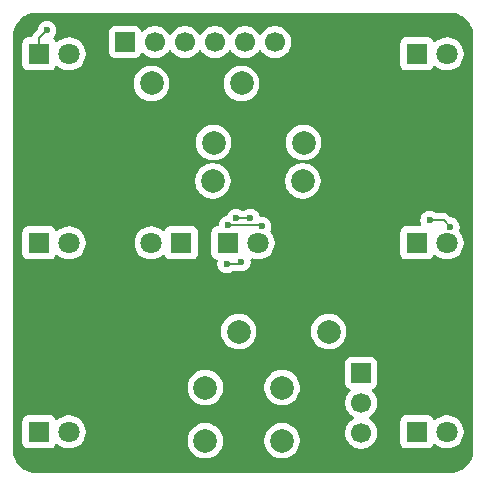
<source format=gbr>
%TF.GenerationSoftware,KiCad,Pcbnew,9.0.7*%
%TF.CreationDate,2026-01-25T23:07:14+01:00*%
%TF.ProjectId,DiceDIP_UpperPart,44696365-4449-4505-9f55-707065725061,rev?*%
%TF.SameCoordinates,Original*%
%TF.FileFunction,Copper,L1,Top*%
%TF.FilePolarity,Positive*%
%FSLAX46Y46*%
G04 Gerber Fmt 4.6, Leading zero omitted, Abs format (unit mm)*
G04 Created by KiCad (PCBNEW 9.0.7) date 2026-01-25 23:07:14*
%MOMM*%
%LPD*%
G01*
G04 APERTURE LIST*
%TA.AperFunction,ComponentPad*%
%ADD10C,2.000000*%
%TD*%
%TA.AperFunction,ComponentPad*%
%ADD11R,1.800000X1.800000*%
%TD*%
%TA.AperFunction,ComponentPad*%
%ADD12C,1.800000*%
%TD*%
%TA.AperFunction,ComponentPad*%
%ADD13R,1.700000X1.700000*%
%TD*%
%TA.AperFunction,ComponentPad*%
%ADD14C,1.700000*%
%TD*%
%TA.AperFunction,ViaPad*%
%ADD15C,0.600000*%
%TD*%
%TA.AperFunction,Conductor*%
%ADD16C,0.200000*%
%TD*%
G04 APERTURE END LIST*
D10*
%TO.P,SW1,1,1*%
%TO.N,Net-(J5-Pin_6)*%
X116800000Y-107250000D03*
X123300000Y-107250000D03*
%TO.P,SW1,2,2*%
%TO.N,Net-(J5-Pin_5)*%
X116800000Y-111750000D03*
X123300000Y-111750000D03*
%TD*%
D11*
%TO.P,D5,1,K*%
%TO.N,Net-(D5-K)*%
X134725000Y-79000000D03*
D12*
%TO.P,D5,2,A*%
%TO.N,Net-(D4-K)*%
X137265000Y-79000000D03*
%TD*%
D11*
%TO.P,D2,1,K*%
%TO.N,Net-(D2-K)*%
X102725000Y-95000000D03*
D12*
%TO.P,D2,2,A*%
%TO.N,Net-(D2-A)*%
X105265000Y-95000000D03*
%TD*%
D11*
%TO.P,D3,1,K*%
%TO.N,Net-(D3-K)*%
X134725000Y-95000000D03*
D12*
%TO.P,D3,2,A*%
%TO.N,Net-(D2-K)*%
X137265000Y-95000000D03*
%TD*%
D11*
%TO.P,D7,1,K*%
%TO.N,Net-(D5-K)*%
X134725000Y-111000000D03*
D12*
%TO.P,D7,2,A*%
%TO.N,Net-(D6-K)*%
X137265000Y-111000000D03*
%TD*%
D11*
%TO.P,D8,1,K*%
%TO.N,Net-(D5-K)*%
X118725000Y-95000000D03*
D12*
%TO.P,D8,2,A*%
%TO.N,Net-(D8-A)*%
X121265000Y-95000000D03*
%TD*%
D11*
%TO.P,D4,1,K*%
%TO.N,Net-(D4-K)*%
X102725000Y-111000000D03*
D12*
%TO.P,D4,2,A*%
%TO.N,Net-(D4-A)*%
X105265000Y-111000000D03*
%TD*%
D11*
%TO.P,D6,1,K*%
%TO.N,Net-(D6-K)*%
X102725000Y-79000000D03*
D12*
%TO.P,D6,2,A*%
%TO.N,Net-(D6-A)*%
X105265000Y-79000000D03*
%TD*%
D13*
%TO.P,J3,1,Pin_1*%
%TO.N,Net-(J3-Pin_1)*%
X130000000Y-106000000D03*
D14*
%TO.P,J3,2,Pin_2*%
%TO.N,Net-(J3-Pin_2)*%
X130000000Y-108540000D03*
%TO.P,J3,3,Pin_3*%
%TO.N,Net-(J3-Pin_3)*%
X130000000Y-111080000D03*
%TD*%
D10*
%TO.P,R7,1*%
%TO.N,Net-(D4-A)*%
X119630000Y-102500000D03*
%TO.P,R7,2*%
%TO.N,Net-(J3-Pin_2)*%
X127250000Y-102500000D03*
%TD*%
D13*
%TO.P,J5,1,Pin_1*%
%TO.N,Net-(J5-Pin_1)*%
X110000000Y-78000000D03*
D14*
%TO.P,J5,2,Pin_2*%
%TO.N,Net-(D3-K)*%
X112540000Y-78000000D03*
%TO.P,J5,3,Pin_3*%
%TO.N,Net-(D5-K)*%
X115080000Y-78000000D03*
%TO.P,J5,4,Pin_4*%
%TO.N,Net-(J5-Pin_4)*%
X117620000Y-78000000D03*
%TO.P,J5,5,Pin_5*%
%TO.N,Net-(J5-Pin_5)*%
X120160000Y-78000000D03*
%TO.P,J5,6,Pin_6*%
%TO.N,Net-(J5-Pin_6)*%
X122700000Y-78000000D03*
%TD*%
D11*
%TO.P,SW2,1,1*%
%TO.N,Net-(J5-Pin_5)*%
X114750000Y-95000000D03*
D12*
%TO.P,SW2,2,2*%
%TO.N,Net-(J5-Pin_4)*%
X112210000Y-95000000D03*
%TD*%
D10*
%TO.P,R8,1*%
%TO.N,Net-(D6-A)*%
X117500000Y-86500000D03*
%TO.P,R8,2*%
%TO.N,Net-(J3-Pin_3)*%
X125120000Y-86500000D03*
%TD*%
%TO.P,R6,1*%
%TO.N,Net-(D2-A)*%
X117440000Y-89750000D03*
%TO.P,R6,2*%
%TO.N,Net-(J3-Pin_1)*%
X125060000Y-89750000D03*
%TD*%
%TO.P,R9,1*%
%TO.N,Net-(D8-A)*%
X119870000Y-81500000D03*
%TO.P,R9,2*%
%TO.N,Net-(J5-Pin_1)*%
X112250000Y-81500000D03*
%TD*%
D15*
%TO.N,Net-(D4-K)*%
X137524306Y-93624224D03*
X135792185Y-93092185D03*
%TO.N,Net-(D6-K)*%
X103400000Y-77000000D03*
%TO.N,Net-(J5-Pin_4)*%
X119400000Y-92900000D03*
X120600000Y-92900000D03*
%TO.N,Net-(J5-Pin_5)*%
X121591398Y-93607075D03*
X118622471Y-96750000D03*
X118750000Y-93500000D03*
X119835500Y-96599000D03*
%TD*%
D16*
%TO.N,Net-(D4-K)*%
X103200000Y-111000000D02*
X102725000Y-111000000D01*
X135792185Y-93092185D02*
X136992267Y-93092185D01*
X136992267Y-93092185D02*
X137524306Y-93624224D01*
%TO.N,Net-(D6-K)*%
X102725000Y-77675000D02*
X102725000Y-79000000D01*
X103400000Y-77000000D02*
X102725000Y-77675000D01*
%TO.N,Net-(J5-Pin_4)*%
X119400000Y-92900000D02*
X120600000Y-92900000D01*
%TO.N,Net-(J5-Pin_5)*%
X121484323Y-93500000D02*
X121591398Y-93607075D01*
X118622471Y-96750000D02*
X119684500Y-96750000D01*
X118750000Y-93500000D02*
X121484323Y-93500000D01*
X119684500Y-96750000D02*
X119835500Y-96599000D01*
%TD*%
%TA.AperFunction,NonConductor*%
G36*
X137504043Y-75500765D02*
G01*
X137752895Y-75517075D01*
X137768953Y-75519190D01*
X137976105Y-75560395D01*
X138009535Y-75567045D01*
X138025202Y-75571243D01*
X138194947Y-75628863D01*
X138257481Y-75650091D01*
X138272458Y-75656294D01*
X138481799Y-75759529D01*
X138492460Y-75764787D01*
X138506508Y-75772897D01*
X138710464Y-75909177D01*
X138723328Y-75919048D01*
X138907749Y-76080781D01*
X138919218Y-76092250D01*
X139080951Y-76276671D01*
X139090825Y-76289539D01*
X139227102Y-76493492D01*
X139235212Y-76507539D01*
X139343702Y-76727534D01*
X139349909Y-76742520D01*
X139428756Y-76974797D01*
X139432954Y-76990464D01*
X139480807Y-77231035D01*
X139482925Y-77247116D01*
X139499235Y-77495956D01*
X139499500Y-77504066D01*
X139499500Y-112495933D01*
X139499235Y-112504043D01*
X139482925Y-112752883D01*
X139480807Y-112768964D01*
X139432954Y-113009535D01*
X139428756Y-113025202D01*
X139349909Y-113257479D01*
X139343702Y-113272465D01*
X139235212Y-113492460D01*
X139227102Y-113506507D01*
X139090825Y-113710460D01*
X139080951Y-113723328D01*
X138919218Y-113907749D01*
X138907749Y-113919218D01*
X138723328Y-114080951D01*
X138710460Y-114090825D01*
X138506507Y-114227102D01*
X138492460Y-114235212D01*
X138272465Y-114343702D01*
X138257479Y-114349909D01*
X138025202Y-114428756D01*
X138009535Y-114432954D01*
X137768964Y-114480807D01*
X137752883Y-114482925D01*
X137504043Y-114499235D01*
X137495933Y-114499500D01*
X102504067Y-114499500D01*
X102495957Y-114499235D01*
X102247116Y-114482925D01*
X102231035Y-114480807D01*
X101990464Y-114432954D01*
X101974797Y-114428756D01*
X101742520Y-114349909D01*
X101727534Y-114343702D01*
X101507539Y-114235212D01*
X101493492Y-114227102D01*
X101289539Y-114090825D01*
X101276671Y-114080951D01*
X101092250Y-113919218D01*
X101080781Y-113907749D01*
X100919048Y-113723328D01*
X100909174Y-113710460D01*
X100772897Y-113506507D01*
X100764787Y-113492460D01*
X100658855Y-113277652D01*
X100656294Y-113272458D01*
X100650090Y-113257479D01*
X100571243Y-113025202D01*
X100567045Y-113009535D01*
X100559186Y-112970026D01*
X100519190Y-112768953D01*
X100517075Y-112752895D01*
X100500765Y-112504043D01*
X100500500Y-112495933D01*
X100500500Y-110052135D01*
X101324500Y-110052135D01*
X101324500Y-111947870D01*
X101324501Y-111947876D01*
X101330908Y-112007483D01*
X101381202Y-112142328D01*
X101381206Y-112142335D01*
X101467452Y-112257544D01*
X101467455Y-112257547D01*
X101582664Y-112343793D01*
X101582671Y-112343797D01*
X101717517Y-112394091D01*
X101717516Y-112394091D01*
X101724444Y-112394835D01*
X101777127Y-112400500D01*
X103672872Y-112400499D01*
X103732483Y-112394091D01*
X103867331Y-112343796D01*
X103982546Y-112257546D01*
X104068796Y-112142331D01*
X104096429Y-112068243D01*
X104098601Y-112062420D01*
X104140471Y-112006486D01*
X104205936Y-111982068D01*
X104274209Y-111996919D01*
X104302464Y-112018071D01*
X104352636Y-112068243D01*
X104352641Y-112068247D01*
X104398229Y-112101368D01*
X104530978Y-112197815D01*
X104659375Y-112263237D01*
X104727393Y-112297895D01*
X104727396Y-112297896D01*
X104813869Y-112325992D01*
X104937049Y-112366015D01*
X105154778Y-112400500D01*
X105154779Y-112400500D01*
X105375221Y-112400500D01*
X105375222Y-112400500D01*
X105592951Y-112366015D01*
X105802606Y-112297895D01*
X105999022Y-112197815D01*
X106177365Y-112068242D01*
X106333242Y-111912365D01*
X106462815Y-111734022D01*
X106494601Y-111671637D01*
X106514848Y-111631902D01*
X115299500Y-111631902D01*
X115299500Y-111868097D01*
X115336446Y-112101368D01*
X115409433Y-112325996D01*
X115496021Y-112495933D01*
X115516657Y-112536433D01*
X115655483Y-112727510D01*
X115822490Y-112894517D01*
X116013567Y-113033343D01*
X116112991Y-113084002D01*
X116224003Y-113140566D01*
X116224005Y-113140566D01*
X116224008Y-113140568D01*
X116344412Y-113179689D01*
X116448631Y-113213553D01*
X116681903Y-113250500D01*
X116681908Y-113250500D01*
X116918097Y-113250500D01*
X117151368Y-113213553D01*
X117375992Y-113140568D01*
X117586433Y-113033343D01*
X117777510Y-112894517D01*
X117944517Y-112727510D01*
X118083343Y-112536433D01*
X118186630Y-112333719D01*
X118190566Y-112325996D01*
X118190566Y-112325995D01*
X118190568Y-112325992D01*
X118263553Y-112101368D01*
X118268799Y-112068247D01*
X118300500Y-111868097D01*
X118300500Y-111631902D01*
X121799500Y-111631902D01*
X121799500Y-111868097D01*
X121836446Y-112101368D01*
X121909433Y-112325996D01*
X121996021Y-112495933D01*
X122016657Y-112536433D01*
X122155483Y-112727510D01*
X122322490Y-112894517D01*
X122513567Y-113033343D01*
X122612991Y-113084002D01*
X122724003Y-113140566D01*
X122724005Y-113140566D01*
X122724008Y-113140568D01*
X122844412Y-113179689D01*
X122948631Y-113213553D01*
X123181903Y-113250500D01*
X123181908Y-113250500D01*
X123418097Y-113250500D01*
X123651368Y-113213553D01*
X123875992Y-113140568D01*
X124086433Y-113033343D01*
X124277510Y-112894517D01*
X124444517Y-112727510D01*
X124583343Y-112536433D01*
X124686630Y-112333719D01*
X124690566Y-112325996D01*
X124690566Y-112325995D01*
X124690568Y-112325992D01*
X124763553Y-112101368D01*
X124768799Y-112068247D01*
X124800500Y-111868097D01*
X124800500Y-111631902D01*
X124763553Y-111398631D01*
X124729689Y-111294412D01*
X124690568Y-111174008D01*
X124690566Y-111174005D01*
X124690566Y-111174003D01*
X124634002Y-111062991D01*
X124583343Y-110963567D01*
X124444517Y-110772490D01*
X124277510Y-110605483D01*
X124086433Y-110466657D01*
X124078066Y-110462394D01*
X123875996Y-110359433D01*
X123651368Y-110286446D01*
X123418097Y-110249500D01*
X123418092Y-110249500D01*
X123181908Y-110249500D01*
X123181903Y-110249500D01*
X122948631Y-110286446D01*
X122724003Y-110359433D01*
X122513566Y-110466657D01*
X122404550Y-110545862D01*
X122322490Y-110605483D01*
X122322488Y-110605485D01*
X122322487Y-110605485D01*
X122155485Y-110772487D01*
X122155485Y-110772488D01*
X122155483Y-110772490D01*
X122095862Y-110854550D01*
X122016657Y-110963566D01*
X121909433Y-111174003D01*
X121836446Y-111398631D01*
X121799500Y-111631902D01*
X118300500Y-111631902D01*
X118263553Y-111398631D01*
X118229689Y-111294412D01*
X118190568Y-111174008D01*
X118190566Y-111174005D01*
X118190566Y-111174003D01*
X118134002Y-111062991D01*
X118083343Y-110963567D01*
X117944517Y-110772490D01*
X117777510Y-110605483D01*
X117586433Y-110466657D01*
X117578066Y-110462394D01*
X117375996Y-110359433D01*
X117151368Y-110286446D01*
X116918097Y-110249500D01*
X116918092Y-110249500D01*
X116681908Y-110249500D01*
X116681903Y-110249500D01*
X116448631Y-110286446D01*
X116224003Y-110359433D01*
X116013566Y-110466657D01*
X115904550Y-110545862D01*
X115822490Y-110605483D01*
X115822488Y-110605485D01*
X115822487Y-110605485D01*
X115655485Y-110772487D01*
X115655485Y-110772488D01*
X115655483Y-110772490D01*
X115595862Y-110854550D01*
X115516657Y-110963566D01*
X115409433Y-111174003D01*
X115336446Y-111398631D01*
X115299500Y-111631902D01*
X106514848Y-111631902D01*
X106546013Y-111570740D01*
X106562895Y-111537606D01*
X106562896Y-111537603D01*
X106565352Y-111530042D01*
X106631015Y-111327951D01*
X106665500Y-111110222D01*
X106665500Y-110889778D01*
X106631015Y-110672049D01*
X106562895Y-110462394D01*
X106562895Y-110462393D01*
X106510433Y-110359433D01*
X106462815Y-110265978D01*
X106404501Y-110185715D01*
X106333247Y-110087641D01*
X106333243Y-110087636D01*
X106177363Y-109931756D01*
X106177358Y-109931752D01*
X105999025Y-109802187D01*
X105999024Y-109802186D01*
X105999022Y-109802185D01*
X105936096Y-109770122D01*
X105802606Y-109702104D01*
X105802603Y-109702103D01*
X105592952Y-109633985D01*
X105484086Y-109616742D01*
X105375222Y-109599500D01*
X105154778Y-109599500D01*
X105082201Y-109610995D01*
X104937047Y-109633985D01*
X104727396Y-109702103D01*
X104727393Y-109702104D01*
X104530974Y-109802187D01*
X104352641Y-109931752D01*
X104352636Y-109931756D01*
X104302463Y-109981929D01*
X104241140Y-110015413D01*
X104171448Y-110010428D01*
X104115515Y-109968557D01*
X104098601Y-109937580D01*
X104068797Y-109857671D01*
X104068793Y-109857664D01*
X103982547Y-109742455D01*
X103982544Y-109742452D01*
X103867335Y-109656206D01*
X103867328Y-109656202D01*
X103732482Y-109605908D01*
X103732483Y-109605908D01*
X103672883Y-109599501D01*
X103672881Y-109599500D01*
X103672873Y-109599500D01*
X103672864Y-109599500D01*
X101777129Y-109599500D01*
X101777123Y-109599501D01*
X101717516Y-109605908D01*
X101582671Y-109656202D01*
X101582664Y-109656206D01*
X101467455Y-109742452D01*
X101467452Y-109742455D01*
X101381206Y-109857664D01*
X101381202Y-109857671D01*
X101330908Y-109992517D01*
X101324501Y-110052116D01*
X101324500Y-110052135D01*
X100500500Y-110052135D01*
X100500500Y-107131902D01*
X115299500Y-107131902D01*
X115299500Y-107368097D01*
X115336446Y-107601368D01*
X115409433Y-107825996D01*
X115509093Y-108021588D01*
X115516657Y-108036433D01*
X115655483Y-108227510D01*
X115822490Y-108394517D01*
X116013567Y-108533343D01*
X116112991Y-108584002D01*
X116224003Y-108640566D01*
X116224005Y-108640566D01*
X116224008Y-108640568D01*
X116344412Y-108679689D01*
X116448631Y-108713553D01*
X116681903Y-108750500D01*
X116681908Y-108750500D01*
X116918097Y-108750500D01*
X117151368Y-108713553D01*
X117375992Y-108640568D01*
X117586433Y-108533343D01*
X117777510Y-108394517D01*
X117944517Y-108227510D01*
X118083343Y-108036433D01*
X118190568Y-107825992D01*
X118263553Y-107601368D01*
X118278041Y-107509896D01*
X118300500Y-107368097D01*
X118300500Y-107131902D01*
X121799500Y-107131902D01*
X121799500Y-107368097D01*
X121836446Y-107601368D01*
X121909433Y-107825996D01*
X122009093Y-108021588D01*
X122016657Y-108036433D01*
X122155483Y-108227510D01*
X122322490Y-108394517D01*
X122513567Y-108533343D01*
X122612991Y-108584002D01*
X122724003Y-108640566D01*
X122724005Y-108640566D01*
X122724008Y-108640568D01*
X122844412Y-108679689D01*
X122948631Y-108713553D01*
X123181903Y-108750500D01*
X123181908Y-108750500D01*
X123418097Y-108750500D01*
X123651368Y-108713553D01*
X123875992Y-108640568D01*
X124086433Y-108533343D01*
X124277510Y-108394517D01*
X124444517Y-108227510D01*
X124583343Y-108036433D01*
X124690568Y-107825992D01*
X124763553Y-107601368D01*
X124778041Y-107509896D01*
X124800500Y-107368097D01*
X124800500Y-107131902D01*
X124763553Y-106898631D01*
X124690566Y-106674003D01*
X124583342Y-106463566D01*
X124444517Y-106272490D01*
X124277510Y-106105483D01*
X124086433Y-105966657D01*
X123875996Y-105859433D01*
X123651368Y-105786446D01*
X123418097Y-105749500D01*
X123418092Y-105749500D01*
X123181908Y-105749500D01*
X123181903Y-105749500D01*
X122948631Y-105786446D01*
X122724003Y-105859433D01*
X122513566Y-105966657D01*
X122404550Y-106045862D01*
X122322490Y-106105483D01*
X122322488Y-106105485D01*
X122322487Y-106105485D01*
X122155485Y-106272487D01*
X122155485Y-106272488D01*
X122155483Y-106272490D01*
X122095862Y-106354550D01*
X122016657Y-106463566D01*
X121909433Y-106674003D01*
X121836446Y-106898631D01*
X121799500Y-107131902D01*
X118300500Y-107131902D01*
X118263553Y-106898631D01*
X118190566Y-106674003D01*
X118083342Y-106463566D01*
X117944517Y-106272490D01*
X117777510Y-106105483D01*
X117586433Y-105966657D01*
X117375996Y-105859433D01*
X117151368Y-105786446D01*
X116918097Y-105749500D01*
X116918092Y-105749500D01*
X116681908Y-105749500D01*
X116681903Y-105749500D01*
X116448631Y-105786446D01*
X116224003Y-105859433D01*
X116013566Y-105966657D01*
X115904550Y-106045862D01*
X115822490Y-106105483D01*
X115822488Y-106105485D01*
X115822487Y-106105485D01*
X115655485Y-106272487D01*
X115655485Y-106272488D01*
X115655483Y-106272490D01*
X115595862Y-106354550D01*
X115516657Y-106463566D01*
X115409433Y-106674003D01*
X115336446Y-106898631D01*
X115299500Y-107131902D01*
X100500500Y-107131902D01*
X100500500Y-105102135D01*
X128649500Y-105102135D01*
X128649500Y-106897870D01*
X128649501Y-106897876D01*
X128655908Y-106957483D01*
X128706202Y-107092328D01*
X128706206Y-107092335D01*
X128792452Y-107207544D01*
X128792455Y-107207547D01*
X128907664Y-107293793D01*
X128907671Y-107293797D01*
X129039082Y-107342810D01*
X129095016Y-107384681D01*
X129119433Y-107450145D01*
X129104582Y-107518418D01*
X129083431Y-107546673D01*
X128969889Y-107660215D01*
X128844951Y-107832179D01*
X128748444Y-108021585D01*
X128682753Y-108223760D01*
X128649500Y-108433713D01*
X128649500Y-108646286D01*
X128682753Y-108856239D01*
X128748444Y-109058414D01*
X128844951Y-109247820D01*
X128969890Y-109419786D01*
X129120213Y-109570109D01*
X129292182Y-109695050D01*
X129300946Y-109699516D01*
X129351742Y-109747491D01*
X129368536Y-109815312D01*
X129345998Y-109881447D01*
X129300946Y-109920484D01*
X129292182Y-109924949D01*
X129120213Y-110049890D01*
X128969890Y-110200213D01*
X128844951Y-110372179D01*
X128748444Y-110561585D01*
X128682753Y-110763760D01*
X128649500Y-110973713D01*
X128649500Y-111186286D01*
X128671937Y-111327952D01*
X128682754Y-111396243D01*
X128683530Y-111398632D01*
X128748444Y-111598414D01*
X128844951Y-111787820D01*
X128969890Y-111959786D01*
X129120213Y-112110109D01*
X129292179Y-112235048D01*
X129292181Y-112235049D01*
X129292184Y-112235051D01*
X129481588Y-112331557D01*
X129683757Y-112397246D01*
X129893713Y-112430500D01*
X129893714Y-112430500D01*
X130106286Y-112430500D01*
X130106287Y-112430500D01*
X130316243Y-112397246D01*
X130518412Y-112331557D01*
X130707816Y-112235051D01*
X130759067Y-112197815D01*
X130879786Y-112110109D01*
X130879788Y-112110106D01*
X130879792Y-112110104D01*
X131030104Y-111959792D01*
X131030106Y-111959788D01*
X131030109Y-111959786D01*
X131155048Y-111787820D01*
X131155047Y-111787820D01*
X131155051Y-111787816D01*
X131251557Y-111598412D01*
X131317246Y-111396243D01*
X131350500Y-111186287D01*
X131350500Y-110973713D01*
X131317246Y-110763757D01*
X131251557Y-110561588D01*
X131155051Y-110372184D01*
X131155049Y-110372181D01*
X131155048Y-110372179D01*
X131030109Y-110200213D01*
X130882031Y-110052135D01*
X133324500Y-110052135D01*
X133324500Y-111947870D01*
X133324501Y-111947876D01*
X133330908Y-112007483D01*
X133381202Y-112142328D01*
X133381206Y-112142335D01*
X133467452Y-112257544D01*
X133467455Y-112257547D01*
X133582664Y-112343793D01*
X133582671Y-112343797D01*
X133717517Y-112394091D01*
X133717516Y-112394091D01*
X133724444Y-112394835D01*
X133777127Y-112400500D01*
X135672872Y-112400499D01*
X135732483Y-112394091D01*
X135867331Y-112343796D01*
X135982546Y-112257546D01*
X136068796Y-112142331D01*
X136096429Y-112068243D01*
X136098601Y-112062420D01*
X136140471Y-112006486D01*
X136205936Y-111982068D01*
X136274209Y-111996919D01*
X136302464Y-112018071D01*
X136352636Y-112068243D01*
X136352641Y-112068247D01*
X136398229Y-112101368D01*
X136530978Y-112197815D01*
X136659375Y-112263237D01*
X136727393Y-112297895D01*
X136727396Y-112297896D01*
X136813869Y-112325992D01*
X136937049Y-112366015D01*
X137154778Y-112400500D01*
X137154779Y-112400500D01*
X137375221Y-112400500D01*
X137375222Y-112400500D01*
X137592951Y-112366015D01*
X137802606Y-112297895D01*
X137999022Y-112197815D01*
X138177365Y-112068242D01*
X138333242Y-111912365D01*
X138462815Y-111734022D01*
X138562895Y-111537606D01*
X138631015Y-111327951D01*
X138665500Y-111110222D01*
X138665500Y-110889778D01*
X138631015Y-110672049D01*
X138562895Y-110462394D01*
X138562895Y-110462393D01*
X138510433Y-110359433D01*
X138462815Y-110265978D01*
X138404501Y-110185715D01*
X138333247Y-110087641D01*
X138333243Y-110087636D01*
X138177363Y-109931756D01*
X138177358Y-109931752D01*
X137999025Y-109802187D01*
X137999024Y-109802186D01*
X137999022Y-109802185D01*
X137936096Y-109770122D01*
X137802606Y-109702104D01*
X137802603Y-109702103D01*
X137592952Y-109633985D01*
X137484086Y-109616742D01*
X137375222Y-109599500D01*
X137154778Y-109599500D01*
X137082201Y-109610995D01*
X136937047Y-109633985D01*
X136727396Y-109702103D01*
X136727393Y-109702104D01*
X136530974Y-109802187D01*
X136352641Y-109931752D01*
X136352636Y-109931756D01*
X136302463Y-109981929D01*
X136241140Y-110015413D01*
X136171448Y-110010428D01*
X136115515Y-109968557D01*
X136098601Y-109937580D01*
X136068797Y-109857671D01*
X136068793Y-109857664D01*
X135982547Y-109742455D01*
X135982544Y-109742452D01*
X135867335Y-109656206D01*
X135867328Y-109656202D01*
X135732482Y-109605908D01*
X135732483Y-109605908D01*
X135672883Y-109599501D01*
X135672881Y-109599500D01*
X135672873Y-109599500D01*
X135672864Y-109599500D01*
X133777129Y-109599500D01*
X133777123Y-109599501D01*
X133717516Y-109605908D01*
X133582671Y-109656202D01*
X133582664Y-109656206D01*
X133467455Y-109742452D01*
X133467452Y-109742455D01*
X133381206Y-109857664D01*
X133381202Y-109857671D01*
X133330908Y-109992517D01*
X133324501Y-110052116D01*
X133324500Y-110052135D01*
X130882031Y-110052135D01*
X130879786Y-110049890D01*
X130707820Y-109924951D01*
X130707115Y-109924591D01*
X130699054Y-109920485D01*
X130648259Y-109872512D01*
X130631463Y-109804692D01*
X130653999Y-109738556D01*
X130699054Y-109699515D01*
X130707816Y-109695051D01*
X130761285Y-109656204D01*
X130879786Y-109570109D01*
X130879788Y-109570106D01*
X130879792Y-109570104D01*
X131030104Y-109419792D01*
X131030106Y-109419788D01*
X131030109Y-109419786D01*
X131155048Y-109247820D01*
X131155047Y-109247820D01*
X131155051Y-109247816D01*
X131251557Y-109058412D01*
X131317246Y-108856243D01*
X131350500Y-108646287D01*
X131350500Y-108433713D01*
X131317246Y-108223757D01*
X131251557Y-108021588D01*
X131155051Y-107832184D01*
X131155049Y-107832181D01*
X131155048Y-107832179D01*
X131030109Y-107660213D01*
X130916569Y-107546673D01*
X130883084Y-107485350D01*
X130888068Y-107415658D01*
X130929940Y-107359725D01*
X130960915Y-107342810D01*
X131092331Y-107293796D01*
X131207546Y-107207546D01*
X131293796Y-107092331D01*
X131344091Y-106957483D01*
X131350500Y-106897873D01*
X131350499Y-105102128D01*
X131344091Y-105042517D01*
X131293796Y-104907669D01*
X131293795Y-104907668D01*
X131293793Y-104907664D01*
X131207547Y-104792455D01*
X131207544Y-104792452D01*
X131092335Y-104706206D01*
X131092328Y-104706202D01*
X130957482Y-104655908D01*
X130957483Y-104655908D01*
X130897883Y-104649501D01*
X130897881Y-104649500D01*
X130897873Y-104649500D01*
X130897864Y-104649500D01*
X129102129Y-104649500D01*
X129102123Y-104649501D01*
X129042516Y-104655908D01*
X128907671Y-104706202D01*
X128907664Y-104706206D01*
X128792455Y-104792452D01*
X128792452Y-104792455D01*
X128706206Y-104907664D01*
X128706202Y-104907671D01*
X128655908Y-105042517D01*
X128649501Y-105102116D01*
X128649501Y-105102123D01*
X128649500Y-105102135D01*
X100500500Y-105102135D01*
X100500500Y-102381902D01*
X118129500Y-102381902D01*
X118129500Y-102618097D01*
X118166446Y-102851368D01*
X118239433Y-103075996D01*
X118346657Y-103286433D01*
X118485483Y-103477510D01*
X118652490Y-103644517D01*
X118843567Y-103783343D01*
X118942991Y-103834002D01*
X119054003Y-103890566D01*
X119054005Y-103890566D01*
X119054008Y-103890568D01*
X119174412Y-103929689D01*
X119278631Y-103963553D01*
X119511903Y-104000500D01*
X119511908Y-104000500D01*
X119748097Y-104000500D01*
X119981368Y-103963553D01*
X120205992Y-103890568D01*
X120416433Y-103783343D01*
X120607510Y-103644517D01*
X120774517Y-103477510D01*
X120913343Y-103286433D01*
X121020568Y-103075992D01*
X121093553Y-102851368D01*
X121130500Y-102618097D01*
X121130500Y-102381902D01*
X125749500Y-102381902D01*
X125749500Y-102618097D01*
X125786446Y-102851368D01*
X125859433Y-103075996D01*
X125966657Y-103286433D01*
X126105483Y-103477510D01*
X126272490Y-103644517D01*
X126463567Y-103783343D01*
X126562991Y-103834002D01*
X126674003Y-103890566D01*
X126674005Y-103890566D01*
X126674008Y-103890568D01*
X126794412Y-103929689D01*
X126898631Y-103963553D01*
X127131903Y-104000500D01*
X127131908Y-104000500D01*
X127368097Y-104000500D01*
X127601368Y-103963553D01*
X127825992Y-103890568D01*
X128036433Y-103783343D01*
X128227510Y-103644517D01*
X128394517Y-103477510D01*
X128533343Y-103286433D01*
X128640568Y-103075992D01*
X128713553Y-102851368D01*
X128750500Y-102618097D01*
X128750500Y-102381902D01*
X128713553Y-102148631D01*
X128640566Y-101924003D01*
X128533342Y-101713566D01*
X128394517Y-101522490D01*
X128227510Y-101355483D01*
X128036433Y-101216657D01*
X127825996Y-101109433D01*
X127601368Y-101036446D01*
X127368097Y-100999500D01*
X127368092Y-100999500D01*
X127131908Y-100999500D01*
X127131903Y-100999500D01*
X126898631Y-101036446D01*
X126674003Y-101109433D01*
X126463566Y-101216657D01*
X126354550Y-101295862D01*
X126272490Y-101355483D01*
X126272488Y-101355485D01*
X126272487Y-101355485D01*
X126105485Y-101522487D01*
X126105485Y-101522488D01*
X126105483Y-101522490D01*
X126045862Y-101604550D01*
X125966657Y-101713566D01*
X125859433Y-101924003D01*
X125786446Y-102148631D01*
X125749500Y-102381902D01*
X121130500Y-102381902D01*
X121093553Y-102148631D01*
X121020566Y-101924003D01*
X120913342Y-101713566D01*
X120774517Y-101522490D01*
X120607510Y-101355483D01*
X120416433Y-101216657D01*
X120205996Y-101109433D01*
X119981368Y-101036446D01*
X119748097Y-100999500D01*
X119748092Y-100999500D01*
X119511908Y-100999500D01*
X119511903Y-100999500D01*
X119278631Y-101036446D01*
X119054003Y-101109433D01*
X118843566Y-101216657D01*
X118734550Y-101295862D01*
X118652490Y-101355483D01*
X118652488Y-101355485D01*
X118652487Y-101355485D01*
X118485485Y-101522487D01*
X118485485Y-101522488D01*
X118485483Y-101522490D01*
X118425862Y-101604550D01*
X118346657Y-101713566D01*
X118239433Y-101924003D01*
X118166446Y-102148631D01*
X118129500Y-102381902D01*
X100500500Y-102381902D01*
X100500500Y-94052135D01*
X101324500Y-94052135D01*
X101324500Y-95947870D01*
X101324501Y-95947876D01*
X101330908Y-96007483D01*
X101381202Y-96142328D01*
X101381206Y-96142335D01*
X101467452Y-96257544D01*
X101467455Y-96257547D01*
X101582664Y-96343793D01*
X101582671Y-96343797D01*
X101717517Y-96394091D01*
X101717516Y-96394091D01*
X101724444Y-96394835D01*
X101777127Y-96400500D01*
X103672872Y-96400499D01*
X103732483Y-96394091D01*
X103867331Y-96343796D01*
X103982546Y-96257546D01*
X104068796Y-96142331D01*
X104096429Y-96068243D01*
X104098601Y-96062420D01*
X104140471Y-96006486D01*
X104205936Y-95982068D01*
X104274209Y-95996919D01*
X104302464Y-96018071D01*
X104352636Y-96068243D01*
X104352641Y-96068247D01*
X104454603Y-96142326D01*
X104530978Y-96197815D01*
X104659375Y-96263237D01*
X104727393Y-96297895D01*
X104727396Y-96297896D01*
X104765496Y-96310275D01*
X104937049Y-96366015D01*
X105154778Y-96400500D01*
X105154779Y-96400500D01*
X105375221Y-96400500D01*
X105375222Y-96400500D01*
X105592951Y-96366015D01*
X105802606Y-96297895D01*
X105999022Y-96197815D01*
X106177365Y-96068242D01*
X106333242Y-95912365D01*
X106462815Y-95734022D01*
X106562895Y-95537606D01*
X106631015Y-95327951D01*
X106665500Y-95110222D01*
X106665500Y-94889778D01*
X110809500Y-94889778D01*
X110809500Y-95110221D01*
X110843985Y-95327952D01*
X110912103Y-95537603D01*
X110912104Y-95537606D01*
X111012187Y-95734025D01*
X111141752Y-95912358D01*
X111141756Y-95912363D01*
X111297636Y-96068243D01*
X111297641Y-96068247D01*
X111399603Y-96142326D01*
X111475978Y-96197815D01*
X111604375Y-96263237D01*
X111672393Y-96297895D01*
X111672396Y-96297896D01*
X111710496Y-96310275D01*
X111882049Y-96366015D01*
X112099778Y-96400500D01*
X112099779Y-96400500D01*
X112320221Y-96400500D01*
X112320222Y-96400500D01*
X112537951Y-96366015D01*
X112747606Y-96297895D01*
X112944022Y-96197815D01*
X113122365Y-96068242D01*
X113172536Y-96018070D01*
X113233857Y-95984586D01*
X113303548Y-95989570D01*
X113359482Y-96031441D01*
X113376398Y-96062419D01*
X113406202Y-96142328D01*
X113406206Y-96142335D01*
X113492452Y-96257544D01*
X113492455Y-96257547D01*
X113607664Y-96343793D01*
X113607671Y-96343797D01*
X113742517Y-96394091D01*
X113742516Y-96394091D01*
X113749444Y-96394835D01*
X113802127Y-96400500D01*
X115697872Y-96400499D01*
X115757483Y-96394091D01*
X115892331Y-96343796D01*
X116007546Y-96257546D01*
X116093796Y-96142331D01*
X116144091Y-96007483D01*
X116150500Y-95947873D01*
X116150499Y-94052135D01*
X117324500Y-94052135D01*
X117324500Y-95947870D01*
X117324501Y-95947876D01*
X117330908Y-96007483D01*
X117381202Y-96142328D01*
X117381206Y-96142335D01*
X117467452Y-96257544D01*
X117467455Y-96257547D01*
X117582664Y-96343793D01*
X117582671Y-96343797D01*
X117627618Y-96360561D01*
X117717517Y-96394091D01*
X117738929Y-96396393D01*
X117803478Y-96423130D01*
X117843326Y-96480523D01*
X117847289Y-96543873D01*
X117821971Y-96671153D01*
X117821971Y-96828846D01*
X117852732Y-96983489D01*
X117852735Y-96983501D01*
X117913073Y-97129172D01*
X117913080Y-97129185D01*
X118000681Y-97260288D01*
X118000684Y-97260292D01*
X118112178Y-97371786D01*
X118112182Y-97371789D01*
X118243285Y-97459390D01*
X118243298Y-97459397D01*
X118388969Y-97519735D01*
X118388974Y-97519737D01*
X118543624Y-97550499D01*
X118543627Y-97550500D01*
X118543629Y-97550500D01*
X118701315Y-97550500D01*
X118701316Y-97550499D01*
X118855968Y-97519737D01*
X119001650Y-97459394D01*
X119091288Y-97399500D01*
X119133346Y-97371398D01*
X119200024Y-97350520D01*
X119202237Y-97350500D01*
X119533310Y-97350500D01*
X119580762Y-97359939D01*
X119601998Y-97368735D01*
X119602003Y-97368737D01*
X119756653Y-97399499D01*
X119756656Y-97399500D01*
X119756658Y-97399500D01*
X119914344Y-97399500D01*
X119914345Y-97399499D01*
X120068997Y-97368737D01*
X120214679Y-97308394D01*
X120345789Y-97220789D01*
X120457289Y-97109289D01*
X120544894Y-96978179D01*
X120605237Y-96832497D01*
X120636000Y-96677842D01*
X120636000Y-96520158D01*
X120636000Y-96520155D01*
X120635999Y-96520153D01*
X120623694Y-96458288D01*
X120629921Y-96388697D01*
X120672784Y-96333519D01*
X120738674Y-96310275D01*
X120783626Y-96316165D01*
X120937049Y-96366015D01*
X121154778Y-96400500D01*
X121154779Y-96400500D01*
X121375221Y-96400500D01*
X121375222Y-96400500D01*
X121592951Y-96366015D01*
X121802606Y-96297895D01*
X121999022Y-96197815D01*
X122177365Y-96068242D01*
X122333242Y-95912365D01*
X122462815Y-95734022D01*
X122562895Y-95537606D01*
X122631015Y-95327951D01*
X122665500Y-95110222D01*
X122665500Y-94889778D01*
X122631015Y-94672049D01*
X122562895Y-94462394D01*
X122562895Y-94462393D01*
X122528237Y-94394375D01*
X122462815Y-94265978D01*
X122404501Y-94185715D01*
X122358318Y-94122149D01*
X122358304Y-94122130D01*
X122333242Y-94087635D01*
X122331404Y-94085797D01*
X122327093Y-94079974D01*
X122316876Y-94052135D01*
X133324500Y-94052135D01*
X133324500Y-95947870D01*
X133324501Y-95947876D01*
X133330908Y-96007483D01*
X133381202Y-96142328D01*
X133381206Y-96142335D01*
X133467452Y-96257544D01*
X133467455Y-96257547D01*
X133582664Y-96343793D01*
X133582671Y-96343797D01*
X133717517Y-96394091D01*
X133717516Y-96394091D01*
X133724444Y-96394835D01*
X133777127Y-96400500D01*
X135672872Y-96400499D01*
X135732483Y-96394091D01*
X135867331Y-96343796D01*
X135982546Y-96257546D01*
X136068796Y-96142331D01*
X136096429Y-96068243D01*
X136098601Y-96062420D01*
X136140471Y-96006486D01*
X136205936Y-95982068D01*
X136274209Y-95996919D01*
X136302464Y-96018071D01*
X136352636Y-96068243D01*
X136352641Y-96068247D01*
X136454603Y-96142326D01*
X136530978Y-96197815D01*
X136659375Y-96263237D01*
X136727393Y-96297895D01*
X136727396Y-96297896D01*
X136765496Y-96310275D01*
X136937049Y-96366015D01*
X137154778Y-96400500D01*
X137154779Y-96400500D01*
X137375221Y-96400500D01*
X137375222Y-96400500D01*
X137592951Y-96366015D01*
X137802606Y-96297895D01*
X137999022Y-96197815D01*
X138177365Y-96068242D01*
X138333242Y-95912365D01*
X138462815Y-95734022D01*
X138562895Y-95537606D01*
X138631015Y-95327951D01*
X138665500Y-95110222D01*
X138665500Y-94889778D01*
X138631015Y-94672049D01*
X138562895Y-94462394D01*
X138562895Y-94462393D01*
X138528237Y-94394375D01*
X138462815Y-94265978D01*
X138404501Y-94185715D01*
X138333247Y-94087641D01*
X138333243Y-94087636D01*
X138296770Y-94051163D01*
X138263285Y-93989840D01*
X138268269Y-93920148D01*
X138269861Y-93916101D01*
X138294043Y-93857721D01*
X138324806Y-93703066D01*
X138324806Y-93545382D01*
X138324806Y-93545379D01*
X138324805Y-93545377D01*
X138315285Y-93497518D01*
X138294043Y-93390727D01*
X138286938Y-93373573D01*
X138233703Y-93245051D01*
X138233696Y-93245038D01*
X138146095Y-93113935D01*
X138146092Y-93113931D01*
X138034598Y-93002437D01*
X138034594Y-93002434D01*
X137903491Y-92914833D01*
X137903478Y-92914826D01*
X137757807Y-92854488D01*
X137757797Y-92854485D01*
X137602457Y-92823586D01*
X137540547Y-92791201D01*
X137538968Y-92789650D01*
X137360984Y-92611666D01*
X137360983Y-92611665D01*
X137274171Y-92561545D01*
X137274171Y-92561544D01*
X137274167Y-92561543D01*
X137224052Y-92532608D01*
X137071324Y-92491684D01*
X136913210Y-92491684D01*
X136905614Y-92491684D01*
X136905598Y-92491685D01*
X136371951Y-92491685D01*
X136304912Y-92472000D01*
X136303060Y-92470787D01*
X136171370Y-92382794D01*
X136171357Y-92382787D01*
X136025686Y-92322449D01*
X136025674Y-92322446D01*
X135871030Y-92291685D01*
X135871027Y-92291685D01*
X135713343Y-92291685D01*
X135713340Y-92291685D01*
X135558695Y-92322446D01*
X135558683Y-92322449D01*
X135413012Y-92382787D01*
X135412999Y-92382794D01*
X135281896Y-92470395D01*
X135281892Y-92470398D01*
X135170398Y-92581892D01*
X135170395Y-92581896D01*
X135082794Y-92712999D01*
X135082787Y-92713012D01*
X135022449Y-92858683D01*
X135022446Y-92858695D01*
X134991685Y-93013338D01*
X134991685Y-93171031D01*
X135022446Y-93325674D01*
X135022449Y-93325686D01*
X135064848Y-93428048D01*
X135072317Y-93497518D01*
X135041041Y-93559997D01*
X134980952Y-93595649D01*
X134950287Y-93599500D01*
X133777129Y-93599500D01*
X133777123Y-93599501D01*
X133717516Y-93605908D01*
X133582671Y-93656202D01*
X133582664Y-93656206D01*
X133467455Y-93742452D01*
X133467452Y-93742455D01*
X133381206Y-93857664D01*
X133381202Y-93857671D01*
X133330908Y-93992517D01*
X133324501Y-94052116D01*
X133324500Y-94052135D01*
X122316876Y-94052135D01*
X122316486Y-94051072D01*
X122303892Y-94022975D01*
X122304486Y-94018372D01*
X122303022Y-94014382D01*
X122307726Y-93993294D01*
X122312190Y-93958737D01*
X122329880Y-93916028D01*
X122361135Y-93840572D01*
X122391898Y-93685917D01*
X122391898Y-93528233D01*
X122391898Y-93528230D01*
X122391897Y-93528228D01*
X122370598Y-93421153D01*
X122361135Y-93373578D01*
X122341293Y-93325674D01*
X122300795Y-93227902D01*
X122300788Y-93227889D01*
X122213187Y-93096786D01*
X122213184Y-93096782D01*
X122101690Y-92985288D01*
X122101686Y-92985285D01*
X121970583Y-92897684D01*
X121970570Y-92897677D01*
X121824899Y-92837339D01*
X121824887Y-92837336D01*
X121670243Y-92806575D01*
X121670240Y-92806575D01*
X121512556Y-92806575D01*
X121512551Y-92806575D01*
X121511636Y-92806665D01*
X121511162Y-92806575D01*
X121506464Y-92806575D01*
X121506464Y-92805683D01*
X121442991Y-92793636D01*
X121392288Y-92745564D01*
X121377882Y-92707455D01*
X121369737Y-92666503D01*
X121334692Y-92581896D01*
X121309397Y-92520827D01*
X121309390Y-92520814D01*
X121221789Y-92389711D01*
X121221786Y-92389707D01*
X121110292Y-92278213D01*
X121110288Y-92278210D01*
X120979185Y-92190609D01*
X120979172Y-92190602D01*
X120833501Y-92130264D01*
X120833489Y-92130261D01*
X120678845Y-92099500D01*
X120678842Y-92099500D01*
X120521158Y-92099500D01*
X120521155Y-92099500D01*
X120366510Y-92130261D01*
X120366498Y-92130264D01*
X120220827Y-92190602D01*
X120220814Y-92190609D01*
X120089125Y-92278602D01*
X120071078Y-92284252D01*
X120055169Y-92294477D01*
X120024207Y-92298928D01*
X120022447Y-92299480D01*
X120020234Y-92299500D01*
X119979766Y-92299500D01*
X119912727Y-92279815D01*
X119910875Y-92278602D01*
X119779185Y-92190609D01*
X119779172Y-92190602D01*
X119633501Y-92130264D01*
X119633489Y-92130261D01*
X119478845Y-92099500D01*
X119478842Y-92099500D01*
X119321158Y-92099500D01*
X119321155Y-92099500D01*
X119166510Y-92130261D01*
X119166498Y-92130264D01*
X119020827Y-92190602D01*
X119020814Y-92190609D01*
X118889711Y-92278210D01*
X118889707Y-92278213D01*
X118778213Y-92389707D01*
X118778210Y-92389711D01*
X118690609Y-92520814D01*
X118690604Y-92520824D01*
X118637059Y-92650094D01*
X118593218Y-92704497D01*
X118546690Y-92724258D01*
X118516508Y-92730261D01*
X118516498Y-92730264D01*
X118370827Y-92790602D01*
X118370814Y-92790609D01*
X118239711Y-92878210D01*
X118239707Y-92878213D01*
X118128213Y-92989707D01*
X118128210Y-92989711D01*
X118040609Y-93120814D01*
X118040602Y-93120827D01*
X117980264Y-93266498D01*
X117980261Y-93266510D01*
X117949500Y-93421153D01*
X117949500Y-93475500D01*
X117929815Y-93542539D01*
X117877011Y-93588294D01*
X117825502Y-93599500D01*
X117777131Y-93599500D01*
X117777123Y-93599501D01*
X117717516Y-93605908D01*
X117582671Y-93656202D01*
X117582664Y-93656206D01*
X117467455Y-93742452D01*
X117467452Y-93742455D01*
X117381206Y-93857664D01*
X117381202Y-93857671D01*
X117330908Y-93992517D01*
X117324501Y-94052116D01*
X117324500Y-94052135D01*
X116150499Y-94052135D01*
X116150499Y-94052128D01*
X116144175Y-93993294D01*
X116144091Y-93992516D01*
X116093797Y-93857671D01*
X116093793Y-93857664D01*
X116007547Y-93742455D01*
X116007544Y-93742452D01*
X115892335Y-93656206D01*
X115892328Y-93656202D01*
X115757482Y-93605908D01*
X115757483Y-93605908D01*
X115697883Y-93599501D01*
X115697881Y-93599500D01*
X115697873Y-93599500D01*
X115697864Y-93599500D01*
X113802129Y-93599500D01*
X113802123Y-93599501D01*
X113742516Y-93605908D01*
X113607671Y-93656202D01*
X113607664Y-93656206D01*
X113492455Y-93742452D01*
X113492452Y-93742455D01*
X113406206Y-93857664D01*
X113406203Y-93857669D01*
X113376398Y-93937581D01*
X113334526Y-93993514D01*
X113269062Y-94017931D01*
X113200789Y-94003079D01*
X113172535Y-93981928D01*
X113122363Y-93931756D01*
X113122358Y-93931752D01*
X112944025Y-93802187D01*
X112944024Y-93802186D01*
X112944022Y-93802185D01*
X112826791Y-93742452D01*
X112747606Y-93702104D01*
X112747603Y-93702103D01*
X112537952Y-93633985D01*
X112429086Y-93616742D01*
X112320222Y-93599500D01*
X112099778Y-93599500D01*
X112027201Y-93610995D01*
X111882047Y-93633985D01*
X111672396Y-93702103D01*
X111672393Y-93702104D01*
X111475974Y-93802187D01*
X111297641Y-93931752D01*
X111297636Y-93931756D01*
X111141756Y-94087636D01*
X111141752Y-94087641D01*
X111012187Y-94265974D01*
X110912104Y-94462393D01*
X110912103Y-94462396D01*
X110843985Y-94672047D01*
X110809500Y-94889778D01*
X106665500Y-94889778D01*
X106631015Y-94672049D01*
X106562895Y-94462394D01*
X106562895Y-94462393D01*
X106528237Y-94394375D01*
X106462815Y-94265978D01*
X106404501Y-94185715D01*
X106333247Y-94087641D01*
X106333243Y-94087636D01*
X106177363Y-93931756D01*
X106177358Y-93931752D01*
X105999025Y-93802187D01*
X105999024Y-93802186D01*
X105999022Y-93802185D01*
X105881791Y-93742452D01*
X105802606Y-93702104D01*
X105802603Y-93702103D01*
X105592952Y-93633985D01*
X105484086Y-93616742D01*
X105375222Y-93599500D01*
X105154778Y-93599500D01*
X105082201Y-93610995D01*
X104937047Y-93633985D01*
X104727396Y-93702103D01*
X104727393Y-93702104D01*
X104530974Y-93802187D01*
X104352641Y-93931752D01*
X104352636Y-93931756D01*
X104302463Y-93981929D01*
X104241140Y-94015413D01*
X104171448Y-94010428D01*
X104115515Y-93968557D01*
X104098601Y-93937580D01*
X104068797Y-93857671D01*
X104068793Y-93857664D01*
X103982547Y-93742455D01*
X103982544Y-93742452D01*
X103867335Y-93656206D01*
X103867328Y-93656202D01*
X103732482Y-93605908D01*
X103732483Y-93605908D01*
X103672883Y-93599501D01*
X103672881Y-93599500D01*
X103672873Y-93599500D01*
X103672864Y-93599500D01*
X101777129Y-93599500D01*
X101777123Y-93599501D01*
X101717516Y-93605908D01*
X101582671Y-93656202D01*
X101582664Y-93656206D01*
X101467455Y-93742452D01*
X101467452Y-93742455D01*
X101381206Y-93857664D01*
X101381202Y-93857671D01*
X101330908Y-93992517D01*
X101324501Y-94052116D01*
X101324500Y-94052135D01*
X100500500Y-94052135D01*
X100500500Y-89631902D01*
X115939500Y-89631902D01*
X115939500Y-89868097D01*
X115976446Y-90101368D01*
X116049433Y-90325996D01*
X116156657Y-90536433D01*
X116295483Y-90727510D01*
X116462490Y-90894517D01*
X116653567Y-91033343D01*
X116752991Y-91084002D01*
X116864003Y-91140566D01*
X116864005Y-91140566D01*
X116864008Y-91140568D01*
X116984412Y-91179689D01*
X117088631Y-91213553D01*
X117321903Y-91250500D01*
X117321908Y-91250500D01*
X117558097Y-91250500D01*
X117791368Y-91213553D01*
X118015992Y-91140568D01*
X118226433Y-91033343D01*
X118417510Y-90894517D01*
X118584517Y-90727510D01*
X118723343Y-90536433D01*
X118830568Y-90325992D01*
X118903553Y-90101368D01*
X118940500Y-89868097D01*
X118940500Y-89631902D01*
X123559500Y-89631902D01*
X123559500Y-89868097D01*
X123596446Y-90101368D01*
X123669433Y-90325996D01*
X123776657Y-90536433D01*
X123915483Y-90727510D01*
X124082490Y-90894517D01*
X124273567Y-91033343D01*
X124372991Y-91084002D01*
X124484003Y-91140566D01*
X124484005Y-91140566D01*
X124484008Y-91140568D01*
X124604412Y-91179689D01*
X124708631Y-91213553D01*
X124941903Y-91250500D01*
X124941908Y-91250500D01*
X125178097Y-91250500D01*
X125411368Y-91213553D01*
X125635992Y-91140568D01*
X125846433Y-91033343D01*
X126037510Y-90894517D01*
X126204517Y-90727510D01*
X126343343Y-90536433D01*
X126450568Y-90325992D01*
X126523553Y-90101368D01*
X126560500Y-89868097D01*
X126560500Y-89631902D01*
X126523553Y-89398631D01*
X126450566Y-89174003D01*
X126343342Y-88963566D01*
X126204517Y-88772490D01*
X126037510Y-88605483D01*
X125846433Y-88466657D01*
X125635996Y-88359433D01*
X125411368Y-88286446D01*
X125178097Y-88249500D01*
X125178092Y-88249500D01*
X124941908Y-88249500D01*
X124941903Y-88249500D01*
X124708631Y-88286446D01*
X124484003Y-88359433D01*
X124273566Y-88466657D01*
X124164550Y-88545862D01*
X124082490Y-88605483D01*
X124082488Y-88605485D01*
X124082487Y-88605485D01*
X123915485Y-88772487D01*
X123915485Y-88772488D01*
X123915483Y-88772490D01*
X123855862Y-88854550D01*
X123776657Y-88963566D01*
X123669433Y-89174003D01*
X123596446Y-89398631D01*
X123559500Y-89631902D01*
X118940500Y-89631902D01*
X118903553Y-89398631D01*
X118830566Y-89174003D01*
X118723342Y-88963566D01*
X118584517Y-88772490D01*
X118417510Y-88605483D01*
X118226433Y-88466657D01*
X118015996Y-88359433D01*
X117791368Y-88286446D01*
X117558097Y-88249500D01*
X117558092Y-88249500D01*
X117321908Y-88249500D01*
X117321903Y-88249500D01*
X117088631Y-88286446D01*
X116864003Y-88359433D01*
X116653566Y-88466657D01*
X116544550Y-88545862D01*
X116462490Y-88605483D01*
X116462488Y-88605485D01*
X116462487Y-88605485D01*
X116295485Y-88772487D01*
X116295485Y-88772488D01*
X116295483Y-88772490D01*
X116235862Y-88854550D01*
X116156657Y-88963566D01*
X116049433Y-89174003D01*
X115976446Y-89398631D01*
X115939500Y-89631902D01*
X100500500Y-89631902D01*
X100500500Y-86381902D01*
X115999500Y-86381902D01*
X115999500Y-86618097D01*
X116036446Y-86851368D01*
X116109433Y-87075996D01*
X116216657Y-87286433D01*
X116355483Y-87477510D01*
X116522490Y-87644517D01*
X116713567Y-87783343D01*
X116812991Y-87834002D01*
X116924003Y-87890566D01*
X116924005Y-87890566D01*
X116924008Y-87890568D01*
X117044412Y-87929689D01*
X117148631Y-87963553D01*
X117381903Y-88000500D01*
X117381908Y-88000500D01*
X117618097Y-88000500D01*
X117851368Y-87963553D01*
X118075992Y-87890568D01*
X118286433Y-87783343D01*
X118477510Y-87644517D01*
X118644517Y-87477510D01*
X118783343Y-87286433D01*
X118890568Y-87075992D01*
X118963553Y-86851368D01*
X119000500Y-86618097D01*
X119000500Y-86381902D01*
X123619500Y-86381902D01*
X123619500Y-86618097D01*
X123656446Y-86851368D01*
X123729433Y-87075996D01*
X123836657Y-87286433D01*
X123975483Y-87477510D01*
X124142490Y-87644517D01*
X124333567Y-87783343D01*
X124432991Y-87834002D01*
X124544003Y-87890566D01*
X124544005Y-87890566D01*
X124544008Y-87890568D01*
X124664412Y-87929689D01*
X124768631Y-87963553D01*
X125001903Y-88000500D01*
X125001908Y-88000500D01*
X125238097Y-88000500D01*
X125471368Y-87963553D01*
X125695992Y-87890568D01*
X125906433Y-87783343D01*
X126097510Y-87644517D01*
X126264517Y-87477510D01*
X126403343Y-87286433D01*
X126510568Y-87075992D01*
X126583553Y-86851368D01*
X126620500Y-86618097D01*
X126620500Y-86381902D01*
X126583553Y-86148631D01*
X126510566Y-85924003D01*
X126403342Y-85713566D01*
X126264517Y-85522490D01*
X126097510Y-85355483D01*
X125906433Y-85216657D01*
X125695996Y-85109433D01*
X125471368Y-85036446D01*
X125238097Y-84999500D01*
X125238092Y-84999500D01*
X125001908Y-84999500D01*
X125001903Y-84999500D01*
X124768631Y-85036446D01*
X124544003Y-85109433D01*
X124333566Y-85216657D01*
X124224550Y-85295862D01*
X124142490Y-85355483D01*
X124142488Y-85355485D01*
X124142487Y-85355485D01*
X123975485Y-85522487D01*
X123975485Y-85522488D01*
X123975483Y-85522490D01*
X123915862Y-85604550D01*
X123836657Y-85713566D01*
X123729433Y-85924003D01*
X123656446Y-86148631D01*
X123619500Y-86381902D01*
X119000500Y-86381902D01*
X118963553Y-86148631D01*
X118890566Y-85924003D01*
X118783342Y-85713566D01*
X118644517Y-85522490D01*
X118477510Y-85355483D01*
X118286433Y-85216657D01*
X118075996Y-85109433D01*
X117851368Y-85036446D01*
X117618097Y-84999500D01*
X117618092Y-84999500D01*
X117381908Y-84999500D01*
X117381903Y-84999500D01*
X117148631Y-85036446D01*
X116924003Y-85109433D01*
X116713566Y-85216657D01*
X116604550Y-85295862D01*
X116522490Y-85355483D01*
X116522488Y-85355485D01*
X116522487Y-85355485D01*
X116355485Y-85522487D01*
X116355485Y-85522488D01*
X116355483Y-85522490D01*
X116295862Y-85604550D01*
X116216657Y-85713566D01*
X116109433Y-85924003D01*
X116036446Y-86148631D01*
X115999500Y-86381902D01*
X100500500Y-86381902D01*
X100500500Y-81381902D01*
X110749500Y-81381902D01*
X110749500Y-81618097D01*
X110786446Y-81851368D01*
X110859433Y-82075996D01*
X110966657Y-82286433D01*
X111105483Y-82477510D01*
X111272490Y-82644517D01*
X111463567Y-82783343D01*
X111562991Y-82834002D01*
X111674003Y-82890566D01*
X111674005Y-82890566D01*
X111674008Y-82890568D01*
X111794412Y-82929689D01*
X111898631Y-82963553D01*
X112131903Y-83000500D01*
X112131908Y-83000500D01*
X112368097Y-83000500D01*
X112601368Y-82963553D01*
X112825992Y-82890568D01*
X113036433Y-82783343D01*
X113227510Y-82644517D01*
X113394517Y-82477510D01*
X113533343Y-82286433D01*
X113640568Y-82075992D01*
X113713553Y-81851368D01*
X113750500Y-81618097D01*
X113750500Y-81381902D01*
X118369500Y-81381902D01*
X118369500Y-81618097D01*
X118406446Y-81851368D01*
X118479433Y-82075996D01*
X118586657Y-82286433D01*
X118725483Y-82477510D01*
X118892490Y-82644517D01*
X119083567Y-82783343D01*
X119182991Y-82834002D01*
X119294003Y-82890566D01*
X119294005Y-82890566D01*
X119294008Y-82890568D01*
X119414412Y-82929689D01*
X119518631Y-82963553D01*
X119751903Y-83000500D01*
X119751908Y-83000500D01*
X119988097Y-83000500D01*
X120221368Y-82963553D01*
X120445992Y-82890568D01*
X120656433Y-82783343D01*
X120847510Y-82644517D01*
X121014517Y-82477510D01*
X121153343Y-82286433D01*
X121260568Y-82075992D01*
X121333553Y-81851368D01*
X121370500Y-81618097D01*
X121370500Y-81381902D01*
X121333553Y-81148631D01*
X121260566Y-80924003D01*
X121153342Y-80713566D01*
X121014517Y-80522490D01*
X120847510Y-80355483D01*
X120656433Y-80216657D01*
X120445996Y-80109433D01*
X120221368Y-80036446D01*
X119988097Y-79999500D01*
X119988092Y-79999500D01*
X119751908Y-79999500D01*
X119751903Y-79999500D01*
X119518631Y-80036446D01*
X119294003Y-80109433D01*
X119083566Y-80216657D01*
X118974550Y-80295862D01*
X118892490Y-80355483D01*
X118892488Y-80355485D01*
X118892487Y-80355485D01*
X118725485Y-80522487D01*
X118725485Y-80522488D01*
X118725483Y-80522490D01*
X118665862Y-80604550D01*
X118586657Y-80713566D01*
X118479433Y-80924003D01*
X118406446Y-81148631D01*
X118369500Y-81381902D01*
X113750500Y-81381902D01*
X113713553Y-81148631D01*
X113640566Y-80924003D01*
X113533342Y-80713566D01*
X113394517Y-80522490D01*
X113227510Y-80355483D01*
X113036433Y-80216657D01*
X112825996Y-80109433D01*
X112601368Y-80036446D01*
X112368097Y-79999500D01*
X112368092Y-79999500D01*
X112131908Y-79999500D01*
X112131903Y-79999500D01*
X111898631Y-80036446D01*
X111674003Y-80109433D01*
X111463566Y-80216657D01*
X111354550Y-80295862D01*
X111272490Y-80355483D01*
X111272488Y-80355485D01*
X111272487Y-80355485D01*
X111105485Y-80522487D01*
X111105485Y-80522488D01*
X111105483Y-80522490D01*
X111045862Y-80604550D01*
X110966657Y-80713566D01*
X110859433Y-80924003D01*
X110786446Y-81148631D01*
X110749500Y-81381902D01*
X100500500Y-81381902D01*
X100500500Y-78052135D01*
X101324500Y-78052135D01*
X101324500Y-79947870D01*
X101324501Y-79947876D01*
X101330908Y-80007483D01*
X101381202Y-80142328D01*
X101381206Y-80142335D01*
X101467452Y-80257544D01*
X101467455Y-80257547D01*
X101582664Y-80343793D01*
X101582671Y-80343797D01*
X101717517Y-80394091D01*
X101717516Y-80394091D01*
X101724444Y-80394835D01*
X101777127Y-80400500D01*
X103672872Y-80400499D01*
X103732483Y-80394091D01*
X103867331Y-80343796D01*
X103982546Y-80257546D01*
X104068796Y-80142331D01*
X104096429Y-80068243D01*
X104098601Y-80062420D01*
X104140471Y-80006486D01*
X104205936Y-79982068D01*
X104274209Y-79996919D01*
X104302464Y-80018071D01*
X104352636Y-80068243D01*
X104352641Y-80068247D01*
X104454603Y-80142326D01*
X104530978Y-80197815D01*
X104659375Y-80263237D01*
X104727393Y-80297895D01*
X104727396Y-80297896D01*
X104832221Y-80331955D01*
X104937049Y-80366015D01*
X105154778Y-80400500D01*
X105154779Y-80400500D01*
X105375221Y-80400500D01*
X105375222Y-80400500D01*
X105592951Y-80366015D01*
X105802606Y-80297895D01*
X105999022Y-80197815D01*
X106177365Y-80068242D01*
X106333242Y-79912365D01*
X106462815Y-79734022D01*
X106562895Y-79537606D01*
X106631015Y-79327951D01*
X106665500Y-79110222D01*
X106665500Y-78889778D01*
X106631015Y-78672049D01*
X106562895Y-78462394D01*
X106562895Y-78462393D01*
X106528237Y-78394375D01*
X106462815Y-78265978D01*
X106404501Y-78185715D01*
X106333247Y-78087641D01*
X106333243Y-78087636D01*
X106177363Y-77931756D01*
X106177358Y-77931752D01*
X105999025Y-77802187D01*
X105999024Y-77802186D01*
X105999022Y-77802185D01*
X105881791Y-77742452D01*
X105802606Y-77702104D01*
X105802603Y-77702103D01*
X105592952Y-77633985D01*
X105484086Y-77616742D01*
X105375222Y-77599500D01*
X105154778Y-77599500D01*
X105082201Y-77610995D01*
X104937047Y-77633985D01*
X104727396Y-77702103D01*
X104727393Y-77702104D01*
X104530974Y-77802187D01*
X104352641Y-77931752D01*
X104352636Y-77931756D01*
X104302463Y-77981929D01*
X104241140Y-78015413D01*
X104171448Y-78010428D01*
X104115515Y-77968557D01*
X104098601Y-77937580D01*
X104068797Y-77857671D01*
X104068793Y-77857664D01*
X103982547Y-77742455D01*
X103976275Y-77736183D01*
X103978241Y-77734216D01*
X103944909Y-77689699D01*
X103939917Y-77620008D01*
X103973396Y-77558682D01*
X104021786Y-77510292D01*
X104021789Y-77510289D01*
X104109394Y-77379179D01*
X104113803Y-77368536D01*
X104169735Y-77233501D01*
X104169737Y-77233497D01*
X104195866Y-77102135D01*
X108649500Y-77102135D01*
X108649500Y-78897870D01*
X108649501Y-78897876D01*
X108655908Y-78957483D01*
X108706202Y-79092328D01*
X108706206Y-79092335D01*
X108792452Y-79207544D01*
X108792455Y-79207547D01*
X108907664Y-79293793D01*
X108907671Y-79293797D01*
X109042517Y-79344091D01*
X109042516Y-79344091D01*
X109049444Y-79344835D01*
X109102127Y-79350500D01*
X110897872Y-79350499D01*
X110957483Y-79344091D01*
X111092331Y-79293796D01*
X111207546Y-79207546D01*
X111293796Y-79092331D01*
X111342810Y-78960916D01*
X111384681Y-78904984D01*
X111450145Y-78880566D01*
X111518418Y-78895417D01*
X111546673Y-78916569D01*
X111660213Y-79030109D01*
X111832179Y-79155048D01*
X111832181Y-79155049D01*
X111832184Y-79155051D01*
X112021588Y-79251557D01*
X112223757Y-79317246D01*
X112433713Y-79350500D01*
X112433714Y-79350500D01*
X112646286Y-79350500D01*
X112646287Y-79350500D01*
X112856243Y-79317246D01*
X113058412Y-79251557D01*
X113247816Y-79155051D01*
X113334138Y-79092335D01*
X113419786Y-79030109D01*
X113419788Y-79030106D01*
X113419792Y-79030104D01*
X113570104Y-78879792D01*
X113570106Y-78879788D01*
X113570109Y-78879786D01*
X113695048Y-78707820D01*
X113695047Y-78707820D01*
X113695051Y-78707816D01*
X113699514Y-78699054D01*
X113747488Y-78648259D01*
X113815308Y-78631463D01*
X113881444Y-78653999D01*
X113920486Y-78699056D01*
X113924951Y-78707820D01*
X114049890Y-78879786D01*
X114200213Y-79030109D01*
X114372179Y-79155048D01*
X114372181Y-79155049D01*
X114372184Y-79155051D01*
X114561588Y-79251557D01*
X114763757Y-79317246D01*
X114973713Y-79350500D01*
X114973714Y-79350500D01*
X115186286Y-79350500D01*
X115186287Y-79350500D01*
X115396243Y-79317246D01*
X115598412Y-79251557D01*
X115787816Y-79155051D01*
X115874138Y-79092335D01*
X115959786Y-79030109D01*
X115959788Y-79030106D01*
X115959792Y-79030104D01*
X116110104Y-78879792D01*
X116110106Y-78879788D01*
X116110109Y-78879786D01*
X116235048Y-78707820D01*
X116235047Y-78707820D01*
X116235051Y-78707816D01*
X116239514Y-78699054D01*
X116287488Y-78648259D01*
X116355308Y-78631463D01*
X116421444Y-78653999D01*
X116460486Y-78699056D01*
X116464951Y-78707820D01*
X116589890Y-78879786D01*
X116740213Y-79030109D01*
X116912179Y-79155048D01*
X116912181Y-79155049D01*
X116912184Y-79155051D01*
X117101588Y-79251557D01*
X117303757Y-79317246D01*
X117513713Y-79350500D01*
X117513714Y-79350500D01*
X117726286Y-79350500D01*
X117726287Y-79350500D01*
X117936243Y-79317246D01*
X118138412Y-79251557D01*
X118327816Y-79155051D01*
X118414138Y-79092335D01*
X118499786Y-79030109D01*
X118499788Y-79030106D01*
X118499792Y-79030104D01*
X118650104Y-78879792D01*
X118650106Y-78879788D01*
X118650109Y-78879786D01*
X118775048Y-78707820D01*
X118775047Y-78707820D01*
X118775051Y-78707816D01*
X118779514Y-78699054D01*
X118827488Y-78648259D01*
X118895308Y-78631463D01*
X118961444Y-78653999D01*
X119000486Y-78699056D01*
X119004951Y-78707820D01*
X119129890Y-78879786D01*
X119280213Y-79030109D01*
X119452179Y-79155048D01*
X119452181Y-79155049D01*
X119452184Y-79155051D01*
X119641588Y-79251557D01*
X119843757Y-79317246D01*
X120053713Y-79350500D01*
X120053714Y-79350500D01*
X120266286Y-79350500D01*
X120266287Y-79350500D01*
X120476243Y-79317246D01*
X120678412Y-79251557D01*
X120867816Y-79155051D01*
X120954138Y-79092335D01*
X121039786Y-79030109D01*
X121039788Y-79030106D01*
X121039792Y-79030104D01*
X121190104Y-78879792D01*
X121190106Y-78879788D01*
X121190109Y-78879786D01*
X121315048Y-78707820D01*
X121315047Y-78707820D01*
X121315051Y-78707816D01*
X121319514Y-78699054D01*
X121367488Y-78648259D01*
X121435308Y-78631463D01*
X121501444Y-78653999D01*
X121540486Y-78699056D01*
X121544951Y-78707820D01*
X121669890Y-78879786D01*
X121820213Y-79030109D01*
X121992179Y-79155048D01*
X121992181Y-79155049D01*
X121992184Y-79155051D01*
X122181588Y-79251557D01*
X122383757Y-79317246D01*
X122593713Y-79350500D01*
X122593714Y-79350500D01*
X122806286Y-79350500D01*
X122806287Y-79350500D01*
X123016243Y-79317246D01*
X123218412Y-79251557D01*
X123407816Y-79155051D01*
X123494138Y-79092335D01*
X123579786Y-79030109D01*
X123579788Y-79030106D01*
X123579792Y-79030104D01*
X123730104Y-78879792D01*
X123730106Y-78879788D01*
X123730109Y-78879786D01*
X123855048Y-78707820D01*
X123855047Y-78707820D01*
X123855051Y-78707816D01*
X123951557Y-78518412D01*
X124017246Y-78316243D01*
X124050500Y-78106287D01*
X124050500Y-78052135D01*
X133324500Y-78052135D01*
X133324500Y-79947870D01*
X133324501Y-79947876D01*
X133330908Y-80007483D01*
X133381202Y-80142328D01*
X133381206Y-80142335D01*
X133467452Y-80257544D01*
X133467455Y-80257547D01*
X133582664Y-80343793D01*
X133582671Y-80343797D01*
X133717517Y-80394091D01*
X133717516Y-80394091D01*
X133724444Y-80394835D01*
X133777127Y-80400500D01*
X135672872Y-80400499D01*
X135732483Y-80394091D01*
X135867331Y-80343796D01*
X135982546Y-80257546D01*
X136068796Y-80142331D01*
X136096429Y-80068243D01*
X136098601Y-80062420D01*
X136140471Y-80006486D01*
X136205936Y-79982068D01*
X136274209Y-79996919D01*
X136302464Y-80018071D01*
X136352636Y-80068243D01*
X136352641Y-80068247D01*
X136454603Y-80142326D01*
X136530978Y-80197815D01*
X136659375Y-80263237D01*
X136727393Y-80297895D01*
X136727396Y-80297896D01*
X136832221Y-80331955D01*
X136937049Y-80366015D01*
X137154778Y-80400500D01*
X137154779Y-80400500D01*
X137375221Y-80400500D01*
X137375222Y-80400500D01*
X137592951Y-80366015D01*
X137802606Y-80297895D01*
X137999022Y-80197815D01*
X138177365Y-80068242D01*
X138333242Y-79912365D01*
X138462815Y-79734022D01*
X138562895Y-79537606D01*
X138631015Y-79327951D01*
X138665500Y-79110222D01*
X138665500Y-78889778D01*
X138631015Y-78672049D01*
X138562895Y-78462394D01*
X138562895Y-78462393D01*
X138528237Y-78394375D01*
X138462815Y-78265978D01*
X138404501Y-78185715D01*
X138333247Y-78087641D01*
X138333243Y-78087636D01*
X138177363Y-77931756D01*
X138177358Y-77931752D01*
X137999025Y-77802187D01*
X137999024Y-77802186D01*
X137999022Y-77802185D01*
X137881791Y-77742452D01*
X137802606Y-77702104D01*
X137802603Y-77702103D01*
X137592952Y-77633985D01*
X137484086Y-77616742D01*
X137375222Y-77599500D01*
X137154778Y-77599500D01*
X137082201Y-77610995D01*
X136937047Y-77633985D01*
X136727396Y-77702103D01*
X136727393Y-77702104D01*
X136530974Y-77802187D01*
X136352641Y-77931752D01*
X136352636Y-77931756D01*
X136302463Y-77981929D01*
X136241140Y-78015413D01*
X136171448Y-78010428D01*
X136115515Y-77968557D01*
X136098601Y-77937580D01*
X136068797Y-77857671D01*
X136068793Y-77857664D01*
X135982547Y-77742455D01*
X135982544Y-77742452D01*
X135867335Y-77656206D01*
X135867328Y-77656202D01*
X135732482Y-77605908D01*
X135732483Y-77605908D01*
X135672883Y-77599501D01*
X135672881Y-77599500D01*
X135672873Y-77599500D01*
X135672864Y-77599500D01*
X133777129Y-77599500D01*
X133777123Y-77599501D01*
X133717516Y-77605908D01*
X133582671Y-77656202D01*
X133582664Y-77656206D01*
X133467455Y-77742452D01*
X133467452Y-77742455D01*
X133381206Y-77857664D01*
X133381202Y-77857671D01*
X133330908Y-77992517D01*
X133324501Y-78052116D01*
X133324500Y-78052135D01*
X124050500Y-78052135D01*
X124050500Y-77893713D01*
X124017246Y-77683757D01*
X123951557Y-77481588D01*
X123855051Y-77292184D01*
X123855049Y-77292181D01*
X123855048Y-77292179D01*
X123730109Y-77120213D01*
X123579786Y-76969890D01*
X123407820Y-76844951D01*
X123218414Y-76748444D01*
X123218413Y-76748443D01*
X123218412Y-76748443D01*
X123016243Y-76682754D01*
X123016241Y-76682753D01*
X123016240Y-76682753D01*
X122854957Y-76657208D01*
X122806287Y-76649500D01*
X122593713Y-76649500D01*
X122545042Y-76657208D01*
X122383760Y-76682753D01*
X122181585Y-76748444D01*
X121992179Y-76844951D01*
X121820213Y-76969890D01*
X121669890Y-77120213D01*
X121544949Y-77292182D01*
X121540484Y-77300946D01*
X121492509Y-77351742D01*
X121424688Y-77368536D01*
X121358553Y-77345998D01*
X121319516Y-77300946D01*
X121315050Y-77292182D01*
X121190109Y-77120213D01*
X121039786Y-76969890D01*
X120867820Y-76844951D01*
X120678414Y-76748444D01*
X120678413Y-76748443D01*
X120678412Y-76748443D01*
X120476243Y-76682754D01*
X120476241Y-76682753D01*
X120476240Y-76682753D01*
X120314957Y-76657208D01*
X120266287Y-76649500D01*
X120053713Y-76649500D01*
X120005042Y-76657208D01*
X119843760Y-76682753D01*
X119641585Y-76748444D01*
X119452179Y-76844951D01*
X119280213Y-76969890D01*
X119129890Y-77120213D01*
X119004949Y-77292182D01*
X119000484Y-77300946D01*
X118952509Y-77351742D01*
X118884688Y-77368536D01*
X118818553Y-77345998D01*
X118779516Y-77300946D01*
X118775050Y-77292182D01*
X118650109Y-77120213D01*
X118499786Y-76969890D01*
X118327820Y-76844951D01*
X118138414Y-76748444D01*
X118138413Y-76748443D01*
X118138412Y-76748443D01*
X117936243Y-76682754D01*
X117936241Y-76682753D01*
X117936240Y-76682753D01*
X117774957Y-76657208D01*
X117726287Y-76649500D01*
X117513713Y-76649500D01*
X117465042Y-76657208D01*
X117303760Y-76682753D01*
X117101585Y-76748444D01*
X116912179Y-76844951D01*
X116740213Y-76969890D01*
X116589890Y-77120213D01*
X116464949Y-77292182D01*
X116460484Y-77300946D01*
X116412509Y-77351742D01*
X116344688Y-77368536D01*
X116278553Y-77345998D01*
X116239516Y-77300946D01*
X116235050Y-77292182D01*
X116110109Y-77120213D01*
X115959786Y-76969890D01*
X115787820Y-76844951D01*
X115598414Y-76748444D01*
X115598413Y-76748443D01*
X115598412Y-76748443D01*
X115396243Y-76682754D01*
X115396241Y-76682753D01*
X115396240Y-76682753D01*
X115234957Y-76657208D01*
X115186287Y-76649500D01*
X114973713Y-76649500D01*
X114925042Y-76657208D01*
X114763760Y-76682753D01*
X114561585Y-76748444D01*
X114372179Y-76844951D01*
X114200213Y-76969890D01*
X114049890Y-77120213D01*
X113924949Y-77292182D01*
X113920484Y-77300946D01*
X113872509Y-77351742D01*
X113804688Y-77368536D01*
X113738553Y-77345998D01*
X113699516Y-77300946D01*
X113695050Y-77292182D01*
X113570109Y-77120213D01*
X113419786Y-76969890D01*
X113247820Y-76844951D01*
X113058414Y-76748444D01*
X113058413Y-76748443D01*
X113058412Y-76748443D01*
X112856243Y-76682754D01*
X112856241Y-76682753D01*
X112856240Y-76682753D01*
X112694957Y-76657208D01*
X112646287Y-76649500D01*
X112433713Y-76649500D01*
X112385042Y-76657208D01*
X112223760Y-76682753D01*
X112021585Y-76748444D01*
X111832179Y-76844951D01*
X111660215Y-76969889D01*
X111546673Y-77083431D01*
X111485350Y-77116915D01*
X111415658Y-77111931D01*
X111359725Y-77070059D01*
X111342810Y-77039082D01*
X111293797Y-76907671D01*
X111293793Y-76907664D01*
X111207547Y-76792455D01*
X111207544Y-76792452D01*
X111092335Y-76706206D01*
X111092328Y-76706202D01*
X110957482Y-76655908D01*
X110957483Y-76655908D01*
X110897883Y-76649501D01*
X110897881Y-76649500D01*
X110897873Y-76649500D01*
X110897864Y-76649500D01*
X109102129Y-76649500D01*
X109102123Y-76649501D01*
X109042516Y-76655908D01*
X108907671Y-76706202D01*
X108907664Y-76706206D01*
X108792455Y-76792452D01*
X108792452Y-76792455D01*
X108706206Y-76907664D01*
X108706202Y-76907671D01*
X108655908Y-77042517D01*
X108649501Y-77102116D01*
X108649500Y-77102135D01*
X104195866Y-77102135D01*
X104195868Y-77102127D01*
X104200500Y-77078843D01*
X104200500Y-76921155D01*
X104200499Y-76921153D01*
X104174899Y-76792454D01*
X104169737Y-76766503D01*
X104151448Y-76722348D01*
X104109397Y-76620827D01*
X104109390Y-76620814D01*
X104021789Y-76489711D01*
X104021786Y-76489707D01*
X103910292Y-76378213D01*
X103910288Y-76378210D01*
X103779185Y-76290609D01*
X103779172Y-76290602D01*
X103633501Y-76230264D01*
X103633489Y-76230261D01*
X103478845Y-76199500D01*
X103478842Y-76199500D01*
X103321158Y-76199500D01*
X103321155Y-76199500D01*
X103166510Y-76230261D01*
X103166498Y-76230264D01*
X103020827Y-76290602D01*
X103020814Y-76290609D01*
X102889711Y-76378210D01*
X102889707Y-76378213D01*
X102778213Y-76489707D01*
X102778210Y-76489711D01*
X102690609Y-76620814D01*
X102690602Y-76620827D01*
X102630264Y-76766498D01*
X102630261Y-76766508D01*
X102599361Y-76921849D01*
X102566976Y-76983760D01*
X102565425Y-76985338D01*
X102356286Y-77194478D01*
X102244481Y-77306282D01*
X102244479Y-77306285D01*
X102208539Y-77368536D01*
X102194360Y-77393095D01*
X102165423Y-77443215D01*
X102146189Y-77514993D01*
X102143303Y-77522110D01*
X102126158Y-77543708D01*
X102111805Y-77567255D01*
X102104744Y-77570684D01*
X102099863Y-77576834D01*
X102073760Y-77585735D01*
X102048958Y-77597783D01*
X102035016Y-77598947D01*
X102033733Y-77599385D01*
X102032734Y-77599137D01*
X102028397Y-77599500D01*
X101777130Y-77599500D01*
X101777123Y-77599501D01*
X101717516Y-77605908D01*
X101582671Y-77656202D01*
X101582664Y-77656206D01*
X101467455Y-77742452D01*
X101467452Y-77742455D01*
X101381206Y-77857664D01*
X101381202Y-77857671D01*
X101330908Y-77992517D01*
X101324501Y-78052116D01*
X101324500Y-78052135D01*
X100500500Y-78052135D01*
X100500500Y-77504066D01*
X100500765Y-77495956D01*
X100507994Y-77385664D01*
X100517075Y-77247102D01*
X100519190Y-77231048D01*
X100567045Y-76990462D01*
X100571243Y-76974797D01*
X100615320Y-76844949D01*
X100650093Y-76742512D01*
X100656291Y-76727547D01*
X100764790Y-76507533D01*
X100772893Y-76493498D01*
X100909182Y-76289527D01*
X100919039Y-76276681D01*
X101080786Y-76092244D01*
X101092244Y-76080786D01*
X101276681Y-75919039D01*
X101289527Y-75909182D01*
X101493498Y-75772893D01*
X101507533Y-75764790D01*
X101727547Y-75656291D01*
X101742512Y-75650093D01*
X101906762Y-75594337D01*
X101974797Y-75571243D01*
X101990464Y-75567045D01*
X102231048Y-75519190D01*
X102247102Y-75517075D01*
X102495957Y-75500765D01*
X102504067Y-75500500D01*
X102565892Y-75500500D01*
X137434108Y-75500500D01*
X137495933Y-75500500D01*
X137504043Y-75500765D01*
G37*
%TD.AperFunction*%
M02*

</source>
